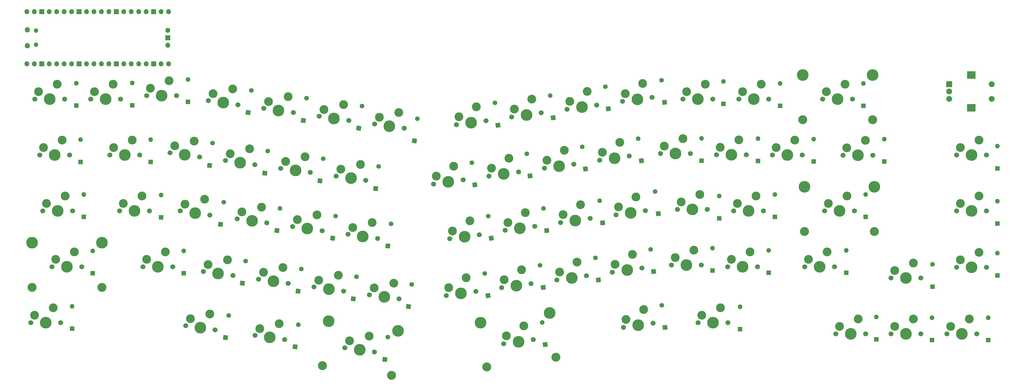
<source format=gbr>
%TF.GenerationSoftware,KiCad,Pcbnew,9.0.2*%
%TF.CreationDate,2025-06-19T20:24:17-07:00*%
%TF.ProjectId,toro-pcb,746f726f-2d70-4636-922e-6b696361645f,rev?*%
%TF.SameCoordinates,Original*%
%TF.FileFunction,Soldermask,Top*%
%TF.FilePolarity,Negative*%
%FSLAX46Y46*%
G04 Gerber Fmt 4.6, Leading zero omitted, Abs format (unit mm)*
G04 Created by KiCad (PCBNEW 9.0.2) date 2025-06-19 20:24:17*
%MOMM*%
%LPD*%
G01*
G04 APERTURE LIST*
G04 Aperture macros list*
%AMHorizOval*
0 Thick line with rounded ends*
0 $1 width*
0 $2 $3 position (X,Y) of the first rounded end (center of the circle)*
0 $4 $5 position (X,Y) of the second rounded end (center of the circle)*
0 Add line between two ends*
20,1,$1,$2,$3,$4,$5,0*
0 Add two circle primitives to create the rounded ends*
1,1,$1,$2,$3*
1,1,$1,$4,$5*%
%AMRotRect*
0 Rectangle, with rotation*
0 The origin of the aperture is its center*
0 $1 length*
0 $2 width*
0 $3 Rotation angle, in degrees counterclockwise*
0 Add horizontal line*
21,1,$1,$2,0,0,$3*%
G04 Aperture macros list end*
%ADD10C,1.701800*%
%ADD11C,3.000000*%
%ADD12C,3.987800*%
%ADD13C,3.048000*%
%ADD14R,2.000000X2.000000*%
%ADD15C,2.000000*%
%ADD16R,3.000000X2.500000*%
%ADD17R,1.600000X1.600000*%
%ADD18O,1.600000X1.600000*%
%ADD19RotRect,1.600000X1.600000X98.000000*%
%ADD20HorizOval,1.600000X0.000000X0.000000X0.000000X0.000000X0*%
%ADD21RotRect,1.600000X1.600000X82.000000*%
%ADD22HorizOval,1.600000X0.000000X0.000000X0.000000X0.000000X0*%
%ADD23O,1.800000X1.800000*%
%ADD24O,1.500000X1.500000*%
%ADD25O,1.700000X1.700000*%
%ADD26R,1.700000X1.700000*%
G04 APERTURE END LIST*
D10*
%TO.C,SW37*%
X297382811Y-66675000D03*
D11*
X298652811Y-64135000D03*
D12*
X302462811Y-66675000D03*
D11*
X305002811Y-61595000D03*
D10*
X307542811Y-66675000D03*
%TD*%
%TO.C,SW18*%
X98000000Y-107446490D03*
D11*
X99611141Y-105107960D03*
D12*
X103030562Y-108153490D03*
D11*
X106252843Y-103476428D03*
D10*
X108061124Y-108860490D03*
%TD*%
%TO.C,SW57*%
X229528876Y-144441373D03*
D11*
X230433017Y-141749342D03*
D12*
X234559438Y-143734373D03*
D11*
X236367719Y-138350312D03*
D10*
X239590000Y-143027373D03*
%TD*%
%TO.C,SW57*%
X226969438Y-106111505D03*
D11*
X227873579Y-103419474D03*
D12*
X232000000Y-105404505D03*
D11*
X233808281Y-100020444D03*
D10*
X237030562Y-104697505D03*
%TD*%
%TO.C,SW48*%
X261187811Y-85650000D03*
D11*
X262457811Y-83110000D03*
D12*
X266267811Y-85650000D03*
D11*
X268807811Y-80570000D03*
D10*
X271347811Y-85650000D03*
%TD*%
%TO.C,SW17*%
X78627354Y-104793001D03*
D11*
X80238494Y-102454470D03*
D12*
X83657916Y-105500000D03*
D11*
X86880196Y-100822939D03*
D10*
X88688478Y-106206999D03*
%TD*%
%TO.C,SW42*%
X202584706Y-90225518D03*
D11*
X203488847Y-87533487D03*
D12*
X207615268Y-89518518D03*
D11*
X209423549Y-84134457D03*
D10*
X212645830Y-88811518D03*
%TD*%
%TO.C,SW4*%
X67186250Y-65500000D03*
D11*
X68456250Y-62960000D03*
D12*
X72266250Y-65500000D03*
D11*
X74806250Y-60420000D03*
D10*
X77346250Y-65500000D03*
%TD*%
%TO.C,SW28*%
X172625618Y-75410743D03*
D11*
X173529759Y-72718712D03*
D12*
X177656180Y-74703743D03*
D11*
X179464461Y-69319682D03*
D10*
X182686742Y-73996743D03*
%TD*%
%TO.C,SW7*%
X125924259Y-72525825D03*
D11*
X127535400Y-70187295D03*
D12*
X130954821Y-73232825D03*
D11*
X134177102Y-68555763D03*
D10*
X135985383Y-73939825D03*
%TD*%
%TO.C,SW55*%
X245920000Y-123250000D03*
D11*
X247190000Y-120710000D03*
D12*
X251000000Y-123250000D03*
D11*
X253540000Y-118170000D03*
D10*
X256080000Y-123250000D03*
%TD*%
%TO.C,SW43*%
X189240224Y-111414000D03*
D11*
X190144365Y-108721969D03*
D12*
X194270786Y-110707000D03*
D11*
X196079067Y-105322939D03*
D10*
X199301348Y-110000000D03*
%TD*%
%TO.C,SW54*%
X225750000Y-125648373D03*
D11*
X226654141Y-122956342D03*
D12*
X230780562Y-124941373D03*
D11*
X232588843Y-119557312D03*
D10*
X235811124Y-124234373D03*
%TD*%
%TO.C,SW65*%
X342981295Y-124000000D03*
D11*
X344251295Y-121460000D03*
D12*
X348061295Y-124000000D03*
D11*
X350601295Y-118920000D03*
D10*
X353141295Y-124000000D03*
%TD*%
%TO.C,SW62*%
X320675000Y-127635000D03*
D11*
X321945000Y-125095000D03*
D12*
X325755000Y-127635000D03*
D11*
X328295000Y-122555000D03*
D10*
X330835000Y-127635000D03*
%TD*%
%TO.C,SW8*%
X144788865Y-75177073D03*
D11*
X146400006Y-72838543D03*
D12*
X149819427Y-75884073D03*
D11*
X153041708Y-71207011D03*
D10*
X154849989Y-76591073D03*
%TD*%
%TO.C,SW3*%
X48136250Y-66675000D03*
D11*
X49406250Y-64135000D03*
D12*
X53216250Y-66675000D03*
D11*
X55756250Y-61595000D03*
D10*
X58296250Y-66675000D03*
%TD*%
%TO.C,SW21*%
X34925000Y-123825000D03*
D11*
X36195000Y-121285000D03*
D12*
X40005000Y-123825000D03*
D11*
X42545000Y-118745000D03*
D10*
X45085000Y-123825000D03*
%TD*%
%TO.C,SW61*%
X339725000Y-146685000D03*
D11*
X340995000Y-144145000D03*
D12*
X344805000Y-146685000D03*
D11*
X347345000Y-141605000D03*
D10*
X349885000Y-146685000D03*
%TD*%
%TO.C,SW6*%
X107038865Y-69824562D03*
D11*
X108650006Y-67486032D03*
D12*
X112069427Y-70531562D03*
D11*
X115291708Y-65854500D03*
D10*
X117099989Y-71238562D03*
%TD*%
%TO.C,SW67*%
X280237811Y-85725000D03*
D11*
X281507811Y-83185000D03*
D12*
X285317811Y-85725000D03*
D11*
X287857811Y-80645000D03*
D10*
X290397811Y-85725000D03*
%TD*%
%TO.C,SW51*%
X169156180Y-133602116D03*
D11*
X170060321Y-130910085D03*
D12*
X174186742Y-132895116D03*
D11*
X175995023Y-127511055D03*
D10*
X179217304Y-132188116D03*
%TD*%
%TO.C,SW16*%
X57960000Y-104775000D03*
D11*
X59230000Y-102235000D03*
D12*
X63040000Y-104775000D03*
D11*
X65580000Y-99695000D03*
D10*
X68120000Y-104775000D03*
%TD*%
%TO.C,SW30*%
X80417741Y-143876101D03*
D11*
X82028882Y-141537571D03*
D12*
X85448303Y-144583101D03*
D11*
X88670584Y-139906039D03*
D10*
X90478865Y-145290101D03*
%TD*%
%TO.C,SW73*%
X291272811Y-123825000D03*
D11*
X292542811Y-121285000D03*
D12*
X296352811Y-123825000D03*
D11*
X298892811Y-118745000D03*
D10*
X301432811Y-123825000D03*
%TD*%
D13*
%TO.C,REF\u002A\u002A*%
X314362811Y-73660000D03*
D12*
X314362811Y-58420000D03*
D13*
X290562811Y-73660000D03*
D12*
X290562811Y-58420000D03*
%TD*%
D10*
%TO.C,SW64*%
X342981295Y-104775000D03*
D11*
X344251295Y-102235000D03*
D12*
X348061295Y-104775000D03*
D11*
X350601295Y-99695000D03*
D10*
X353141295Y-104775000D03*
%TD*%
%TO.C,SW45*%
X208104831Y-108762753D03*
D11*
X209008972Y-106070722D03*
D12*
X213135393Y-108055753D03*
D11*
X214943674Y-102671692D03*
D10*
X218165955Y-107348753D03*
%TD*%
%TO.C,SW34*%
X229219438Y-67457000D03*
D11*
X230123579Y-64764969D03*
D12*
X234250000Y-66750000D03*
D11*
X236058281Y-61365939D03*
D10*
X239280562Y-66043000D03*
%TD*%
%TO.C,SW72*%
X298030311Y-104775000D03*
D11*
X299300311Y-102235000D03*
D12*
X303110311Y-104775000D03*
D11*
X305650311Y-99695000D03*
D10*
X308190311Y-104775000D03*
%TD*%
%TO.C,SW52*%
X188020786Y-130950869D03*
D11*
X188924927Y-128258838D03*
D12*
X193051348Y-130243869D03*
D11*
X194859629Y-124859808D03*
D10*
X198081910Y-129536869D03*
%TD*%
%TO.C,SW58*%
X254980000Y-142875000D03*
D11*
X256250000Y-140335000D03*
D12*
X260060000Y-142875000D03*
D11*
X262600000Y-137795000D03*
D10*
X265140000Y-142875000D03*
%TD*%
%TO.C,SW71*%
X304272811Y-85790000D03*
D11*
X305542811Y-83250000D03*
D12*
X309352811Y-85790000D03*
D11*
X311892811Y-80710000D03*
D10*
X314432811Y-85790000D03*
%TD*%
%TO.C,SW13*%
X112834043Y-90250000D03*
D11*
X114445184Y-87911470D03*
D12*
X117864605Y-90957000D03*
D11*
X121086886Y-86279938D03*
D10*
X122895167Y-91664000D03*
%TD*%
D13*
%TO.C,REF\u002A\u002A*%
X206556314Y-154633834D03*
D12*
X204435316Y-139542149D03*
D13*
X182987934Y-157946154D03*
D12*
X180866936Y-142854469D03*
%TD*%
D10*
%TO.C,SW14*%
X31750000Y-104775000D03*
D11*
X33020000Y-102235000D03*
D12*
X36830000Y-104775000D03*
D11*
X39370000Y-99695000D03*
D10*
X41910000Y-104775000D03*
%TD*%
%TO.C,SW33*%
X210354832Y-70108247D03*
D11*
X211258973Y-67416216D03*
D12*
X215385394Y-69401247D03*
D11*
X217193675Y-64017186D03*
D10*
X220415956Y-68694247D03*
%TD*%
%TO.C,SW26*%
X143030130Y-133345495D03*
D11*
X144641271Y-131006965D03*
D12*
X148060692Y-134052495D03*
D11*
X151282973Y-129375433D03*
D10*
X153091254Y-134759495D03*
%TD*%
%TO.C,SW29*%
X191490225Y-72759495D03*
D11*
X192394366Y-70067464D03*
D12*
X196520787Y-72052495D03*
D11*
X198329068Y-66668434D03*
D10*
X201551349Y-71345495D03*
%TD*%
%TO.C,SW32*%
X134666553Y-151414438D03*
D11*
X136277694Y-149075908D03*
D12*
X139697115Y-152121438D03*
D11*
X142919396Y-147444376D03*
D10*
X144727677Y-152828438D03*
%TD*%
%TO.C,SW9*%
X30710000Y-85725000D03*
D11*
X31980000Y-83185000D03*
D12*
X35790000Y-85725000D03*
D11*
X38330000Y-80645000D03*
D10*
X40870000Y-85725000D03*
%TD*%
%TO.C,SW22*%
X65870000Y-123825000D03*
D11*
X67140000Y-121285000D03*
D12*
X70950000Y-123825000D03*
D11*
X73490000Y-118745000D03*
D10*
X76030000Y-123825000D03*
%TD*%
%TO.C,SW14*%
X131698650Y-92901248D03*
D11*
X133309791Y-90562718D03*
D12*
X136729212Y-93608248D03*
D11*
X139951493Y-88931186D03*
D10*
X141759774Y-94315248D03*
%TD*%
%TO.C,SW23*%
X86436309Y-125391752D03*
D11*
X88047450Y-123053222D03*
D12*
X91466871Y-126098752D03*
D11*
X94689152Y-121421690D03*
D10*
X96497433Y-126805752D03*
%TD*%
%TO.C,SW24*%
X105300917Y-128043000D03*
D11*
X106912058Y-125704470D03*
D12*
X110331479Y-128750000D03*
D11*
X113553760Y-124072938D03*
D10*
X115362041Y-129457000D03*
%TD*%
D13*
%TO.C,REF\u002A\u002A*%
X51905000Y-130810000D03*
D12*
X51905000Y-115570000D03*
D13*
X28105000Y-130810000D03*
D12*
X28105000Y-115570000D03*
%TD*%
D10*
%TO.C,SW1*%
X29086250Y-66675000D03*
D11*
X30356250Y-64135000D03*
D12*
X34166250Y-66675000D03*
D11*
X36706250Y-61595000D03*
D10*
X39246250Y-66675000D03*
%TD*%
%TO.C,SW38*%
X164855493Y-95591061D03*
D11*
X165759634Y-92899030D03*
D12*
X169886055Y-94884061D03*
D11*
X171694336Y-89500000D03*
D10*
X174916617Y-94177061D03*
%TD*%
%TO.C,SW25*%
X124165522Y-130694247D03*
D11*
X125776663Y-128355717D03*
D12*
X129196084Y-131401247D03*
D11*
X132418365Y-126724185D03*
D10*
X134226646Y-132108247D03*
%TD*%
%TO.C,SW12*%
X93969438Y-87598753D03*
D11*
X95580579Y-85260223D03*
D12*
X99000000Y-88305753D03*
D11*
X102222281Y-83628691D03*
D10*
X104030562Y-89012753D03*
%TD*%
%TO.C,SW40*%
X183720100Y-92876765D03*
D11*
X184624241Y-90184734D03*
D12*
X188750662Y-92169765D03*
D11*
X190558943Y-86785704D03*
D10*
X193781224Y-91462765D03*
%TD*%
%TO.C,SW27*%
X27730000Y-142875000D03*
D11*
X29000000Y-140335000D03*
D12*
X32810000Y-142875000D03*
D11*
X35350000Y-137795000D03*
D10*
X37890000Y-142875000D03*
%TD*%
%TO.C,SW53*%
X206885393Y-128299621D03*
D11*
X207789534Y-125607590D03*
D12*
X211915955Y-127592621D03*
D11*
X213724236Y-122208560D03*
D10*
X216946517Y-126885621D03*
%TD*%
%TO.C,SW60*%
X320675000Y-146685000D03*
D11*
X321945000Y-144145000D03*
D12*
X325755000Y-146685000D03*
D11*
X328295000Y-141605000D03*
D10*
X330835000Y-146685000D03*
%TD*%
%TO.C,SW69*%
X264997811Y-123825000D03*
D11*
X266267811Y-121285000D03*
D12*
X270077811Y-123825000D03*
D11*
X272617811Y-118745000D03*
D10*
X275157811Y-123825000D03*
%TD*%
%TO.C,SW36*%
X268807811Y-66675000D03*
D11*
X270077811Y-64135000D03*
D12*
X273887811Y-66675000D03*
D11*
X276427811Y-61595000D03*
D10*
X278967811Y-66675000D03*
%TD*%
%TO.C,SW19*%
X116864606Y-110097737D03*
D11*
X118475747Y-107759207D03*
D12*
X121895168Y-110804737D03*
D11*
X125117449Y-106127675D03*
D10*
X126925730Y-111511737D03*
%TD*%
%TO.C,SW35*%
X249757811Y-66696100D03*
D11*
X251027811Y-64156100D03*
D12*
X254837811Y-66696100D03*
D11*
X257377811Y-61616100D03*
D10*
X259917811Y-66696100D03*
%TD*%
%TO.C,SW5*%
X88174259Y-67173313D03*
D11*
X89785400Y-64834783D03*
D12*
X93204821Y-67880313D03*
D11*
X96427102Y-63203251D03*
D10*
X98235383Y-68587313D03*
%TD*%
%TO.C,SW49*%
X247963592Y-104279560D03*
D11*
X249233592Y-101739559D03*
D12*
X253043592Y-104279559D03*
D11*
X255583592Y-99199559D03*
D10*
X258123592Y-104279558D03*
%TD*%
D14*
%TO.C,SW2*%
X340481295Y-61550000D03*
D15*
X340481295Y-66550000D03*
X340481295Y-64050000D03*
D16*
X347981295Y-58450000D03*
X347981295Y-69650000D03*
D15*
X354981295Y-61550000D03*
X354981295Y-66550000D03*
%TD*%
D10*
%TO.C,SW59*%
X301825000Y-146685000D03*
D11*
X303095000Y-144145000D03*
D12*
X306905000Y-146685000D03*
D11*
X309445000Y-141605000D03*
D10*
X311985000Y-146685000D03*
%TD*%
%TO.C,SW41*%
X170406931Y-114288059D03*
D11*
X171311072Y-111596028D03*
D12*
X175437493Y-113581059D03*
D11*
X177245774Y-108196998D03*
D10*
X180468055Y-112874059D03*
%TD*%
%TO.C,SW56*%
X188769438Y-150079972D03*
D11*
X189673579Y-147387941D03*
D12*
X193800000Y-149372972D03*
D11*
X195608281Y-143988911D03*
D10*
X198830562Y-148665972D03*
%TD*%
%TO.C,SW10*%
X54610000Y-85725000D03*
D11*
X55880000Y-83185000D03*
D12*
X59690000Y-85725000D03*
D11*
X62230000Y-80645000D03*
D10*
X64770000Y-85725000D03*
%TD*%
%TO.C,SW11*%
X75111763Y-84948164D03*
D11*
X76722903Y-82609633D03*
D12*
X80142325Y-85655163D03*
D11*
X83364605Y-80978102D03*
D10*
X85172887Y-86362162D03*
%TD*%
D13*
%TO.C,REF\u002A\u002A*%
X150596379Y-160792711D03*
D12*
X152717377Y-145701026D03*
D13*
X127027999Y-157480391D03*
D12*
X129148997Y-142388706D03*
%TD*%
D10*
%TO.C,SW46*%
X242145000Y-85230000D03*
D11*
X243415000Y-82690000D03*
D12*
X247225000Y-85230000D03*
D11*
X249765000Y-80150000D03*
D10*
X252305000Y-85230000D03*
%TD*%
%TO.C,SW31*%
X104055440Y-147198163D03*
D11*
X105666581Y-144859633D03*
D12*
X109086002Y-147905163D03*
D11*
X112308283Y-143228101D03*
D10*
X114116564Y-148612163D03*
%TD*%
D13*
%TO.C,REF\u002A\u002A*%
X315010311Y-111760000D03*
D12*
X315010311Y-96520000D03*
D13*
X291210311Y-111760000D03*
D12*
X291210311Y-96520000D03*
%TD*%
D10*
%TO.C,SW68*%
X267040311Y-104775000D03*
D11*
X268310311Y-102235000D03*
D12*
X272120311Y-104775000D03*
D11*
X274660311Y-99695000D03*
D10*
X277200311Y-104775000D03*
%TD*%
%TO.C,SW20*%
X135729213Y-112748984D03*
D11*
X137340354Y-110410454D03*
D12*
X140759775Y-113455984D03*
D11*
X143982056Y-108778922D03*
D10*
X145790337Y-114162984D03*
%TD*%
%TO.C,SW63*%
X342981295Y-85725000D03*
D11*
X344251295Y-83185000D03*
D12*
X348061295Y-85725000D03*
D11*
X350601295Y-80645000D03*
D10*
X353141295Y-85725000D03*
%TD*%
%TO.C,SW44*%
X221438876Y-87500000D03*
D11*
X222343017Y-84807969D03*
D12*
X226469438Y-86793000D03*
D11*
X228277719Y-81408939D03*
D10*
X231500000Y-86086000D03*
%TD*%
D17*
%TO.C,D36*%
X282852811Y-68918750D03*
D18*
X282852811Y-61298750D03*
%TD*%
D19*
%TO.C,D53*%
X221031400Y-128323610D03*
D20*
X219970901Y-120777767D03*
%TD*%
D17*
%TO.C,D65*%
X356873795Y-126810000D03*
D18*
X356873795Y-119190000D03*
%TD*%
D17*
%TO.C,D15*%
X45755000Y-106835000D03*
D18*
X45755000Y-99215000D03*
%TD*%
D21*
%TO.C,D17*%
X92330953Y-109322846D03*
D22*
X93391452Y-101777003D03*
%TD*%
D21*
%TO.C,D26*%
X156349936Y-137394913D03*
D22*
X157410435Y-129849070D03*
%TD*%
D21*
%TO.C,D8*%
X158318107Y-80902337D03*
D22*
X159378607Y-73356494D03*
%TD*%
D19*
%TO.C,D28*%
X186798657Y-75519293D03*
D20*
X185738158Y-67973450D03*
%TD*%
D21*
%TO.C,D11*%
X88550731Y-89236489D03*
D22*
X89611230Y-81690646D03*
%TD*%
D17*
%TO.C,D68*%
X294352811Y-87882500D03*
D18*
X294352811Y-80262500D03*
%TD*%
D19*
%TO.C,D40*%
X197715292Y-92833590D03*
D20*
X196654793Y-85287747D03*
%TD*%
D19*
%TO.C,D38*%
X178935688Y-95888940D03*
D20*
X177875189Y-88343097D03*
%TD*%
D21*
%TO.C,D5*%
X101734420Y-71272922D03*
D22*
X102794919Y-63727079D03*
%TD*%
D17*
%TO.C,D69*%
X281110311Y-106825000D03*
D18*
X281110311Y-99205000D03*
%TD*%
D17*
%TO.C,D22*%
X79738750Y-125981250D03*
D18*
X79738750Y-118361250D03*
%TD*%
D17*
%TO.C,D70*%
X279030311Y-125825000D03*
D18*
X279030311Y-118205000D03*
%TD*%
D19*
%TO.C,D51*%
X183403649Y-133629518D03*
D20*
X182343150Y-126083675D03*
%TD*%
D17*
%TO.C,D48*%
X275352811Y-87750000D03*
D18*
X275352811Y-80130000D03*
%TD*%
D19*
%TO.C,D33*%
X224387299Y-69997981D03*
D20*
X223326800Y-62452138D03*
%TD*%
D19*
%TO.C,D54*%
X239824944Y-125462595D03*
D20*
X238764445Y-117916752D03*
%TD*%
D21*
%TO.C,D6*%
X120500000Y-73910252D03*
D22*
X121560499Y-66364409D03*
%TD*%
D23*
%TO.C,U1*%
X26490000Y-43015000D03*
D24*
X29520000Y-43315000D03*
X29520000Y-48165000D03*
D23*
X26490000Y-48465000D03*
D25*
X26360000Y-36850000D03*
X28900000Y-36850000D03*
D26*
X31440000Y-36850000D03*
D25*
X33980000Y-36850000D03*
X36520000Y-36850000D03*
X39060000Y-36850000D03*
X41600000Y-36850000D03*
D26*
X44140000Y-36850000D03*
D25*
X46680000Y-36850000D03*
X49220000Y-36850000D03*
X51760000Y-36850000D03*
X54300000Y-36850000D03*
D26*
X56840000Y-36850000D03*
D25*
X59380000Y-36850000D03*
X61920000Y-36850000D03*
X64460000Y-36850000D03*
X67000000Y-36850000D03*
D26*
X69540000Y-36850000D03*
D25*
X72080000Y-36850000D03*
X74620000Y-36850000D03*
X74620000Y-54630000D03*
X72080000Y-54630000D03*
D26*
X69540000Y-54630000D03*
D25*
X67000000Y-54630000D03*
X64460000Y-54630000D03*
X61920000Y-54630000D03*
X59380000Y-54630000D03*
D26*
X56840000Y-54630000D03*
D25*
X54300000Y-54630000D03*
X51760000Y-54630000D03*
X49220000Y-54630000D03*
X46680000Y-54630000D03*
D26*
X44140000Y-54630000D03*
D25*
X41600000Y-54630000D03*
X39060000Y-54630000D03*
X36520000Y-54630000D03*
X33980000Y-54630000D03*
D26*
X31440000Y-54630000D03*
D25*
X28900000Y-54630000D03*
X26360000Y-54630000D03*
X74390000Y-43200000D03*
D26*
X74390000Y-45740000D03*
D25*
X74390000Y-48280000D03*
%TD*%
D17*
%TO.C,D10*%
X68540000Y-88101250D03*
D18*
X68540000Y-80481250D03*
%TD*%
D17*
%TO.C,D2*%
X43235000Y-68847500D03*
D18*
X43235000Y-61227500D03*
%TD*%
D17*
%TO.C,D73*%
X311987811Y-106810000D03*
D18*
X311987811Y-99190000D03*
%TD*%
D17*
%TO.C,D9*%
X44596250Y-88101250D03*
D18*
X44596250Y-80481250D03*
%TD*%
D17*
%TO.C,D4*%
X81235000Y-67616250D03*
D18*
X81235000Y-59996250D03*
%TD*%
D19*
%TO.C,D57*%
X243660221Y-144500000D03*
D20*
X242599722Y-136954157D03*
%TD*%
D17*
%TO.C,D64*%
X356873795Y-109083750D03*
D18*
X356873795Y-101463750D03*
%TD*%
D17*
%TO.C,D35*%
X263569061Y-68250000D03*
D18*
X263569061Y-60630000D03*
%TD*%
D19*
%TO.C,D45*%
X222471748Y-108813760D03*
D20*
X221411249Y-101267917D03*
%TD*%
D17*
%TO.C,D58*%
X269250000Y-145060000D03*
D18*
X269250000Y-137440000D03*
%TD*%
D17*
%TO.C,D74*%
X305374061Y-125817500D03*
D18*
X305374061Y-118197500D03*
%TD*%
D21*
%TO.C,D19*%
X130464947Y-114064140D03*
D22*
X131525446Y-106518297D03*
%TD*%
D17*
%TO.C,D32*%
X72030000Y-107010000D03*
D18*
X72030000Y-99390000D03*
%TD*%
D17*
%TO.C,D21*%
X48811250Y-125981250D03*
D18*
X48811250Y-118361250D03*
%TD*%
D19*
%TO.C,D52*%
X202201693Y-130863921D03*
D20*
X201141194Y-123318078D03*
%TD*%
D19*
%TO.C,D34*%
X243560499Y-67795843D03*
D20*
X242500000Y-60250000D03*
%TD*%
D21*
%TO.C,D18*%
X111483062Y-111456999D03*
D22*
X112543561Y-103911156D03*
%TD*%
D19*
%TO.C,D47*%
X241369967Y-105711472D03*
D20*
X240309468Y-98165629D03*
%TD*%
D19*
%TO.C,D56*%
X202897673Y-150300850D03*
D20*
X201837174Y-142755007D03*
%TD*%
D17*
%TO.C,D49*%
X262106985Y-107302037D03*
D18*
X262106985Y-99682037D03*
%TD*%
D21*
%TO.C,D24*%
X118719751Y-132106336D03*
D22*
X119780250Y-124560493D03*
%TD*%
D17*
%TO.C,D37*%
X311212811Y-68918750D03*
D18*
X311212811Y-61298750D03*
%TD*%
D21*
%TO.C,D23*%
X99788301Y-129445694D03*
D22*
X100848800Y-121899851D03*
%TD*%
D17*
%TO.C,D63*%
X356873795Y-90283750D03*
D18*
X356873795Y-82663750D03*
%TD*%
D17*
%TO.C,D61*%
X353750000Y-148810000D03*
D18*
X353750000Y-141190000D03*
%TD*%
D17*
%TO.C,D59*%
X315615939Y-148515000D03*
D18*
X315615939Y-140895000D03*
%TD*%
D17*
%TO.C,D62*%
X334750000Y-130560000D03*
D18*
X334750000Y-122940000D03*
%TD*%
D19*
%TO.C,D43*%
X203349832Y-111430482D03*
D20*
X202289333Y-103884639D03*
%TD*%
D21*
%TO.C,D13*%
X126173985Y-94524409D03*
D22*
X127234484Y-86978566D03*
%TD*%
D21*
%TO.C,D32*%
X148265270Y-155365466D03*
D22*
X149325769Y-147819623D03*
%TD*%
D17*
%TO.C,D55*%
X259825000Y-125067500D03*
D18*
X259825000Y-117447500D03*
%TD*%
D21*
%TO.C,D12*%
X107358890Y-91880121D03*
D22*
X108419389Y-84334278D03*
%TD*%
D21*
%TO.C,D30*%
X94009966Y-147927199D03*
D22*
X95070465Y-140381356D03*
%TD*%
D21*
%TO.C,D14*%
X145105435Y-97185052D03*
D22*
X146165934Y-89639209D03*
%TD*%
D17*
%TO.C,D46*%
X256162811Y-87643965D03*
D18*
X256162811Y-80023965D03*
%TD*%
D17*
%TO.C,D72*%
X318372811Y-87947500D03*
D18*
X318372811Y-80327500D03*
%TD*%
D21*
%TO.C,D20*%
X149302322Y-116711560D03*
D22*
X150362821Y-109165717D03*
%TD*%
D17*
%TO.C,D3*%
X62235000Y-68791250D03*
D18*
X62235000Y-61171250D03*
%TD*%
D17*
%TO.C,D60*%
X334617500Y-148828750D03*
D18*
X334617500Y-141208750D03*
%TD*%
D21*
%TO.C,D7*%
X139385395Y-76611515D03*
D22*
X140445894Y-69065672D03*
%TD*%
D19*
%TO.C,D44*%
X235616859Y-87688641D03*
D20*
X234556360Y-80142798D03*
%TD*%
D19*
%TO.C,D29*%
X205627875Y-73038378D03*
D20*
X204567376Y-65492535D03*
%TD*%
D21*
%TO.C,D25*%
X137534843Y-134750625D03*
D22*
X138595342Y-127204782D03*
%TD*%
D19*
%TO.C,D42*%
X216565874Y-90441819D03*
D20*
X215505375Y-82895976D03*
%TD*%
D17*
%TO.C,D27*%
X41735000Y-144935000D03*
D18*
X41735000Y-137315000D03*
%TD*%
D21*
%TO.C,D31*%
X117729116Y-151073890D03*
D22*
X118789615Y-143528047D03*
%TD*%
D19*
%TO.C,D41*%
X184534739Y-114074771D03*
D20*
X183474240Y-106528928D03*
%TD*%
M02*

</source>
